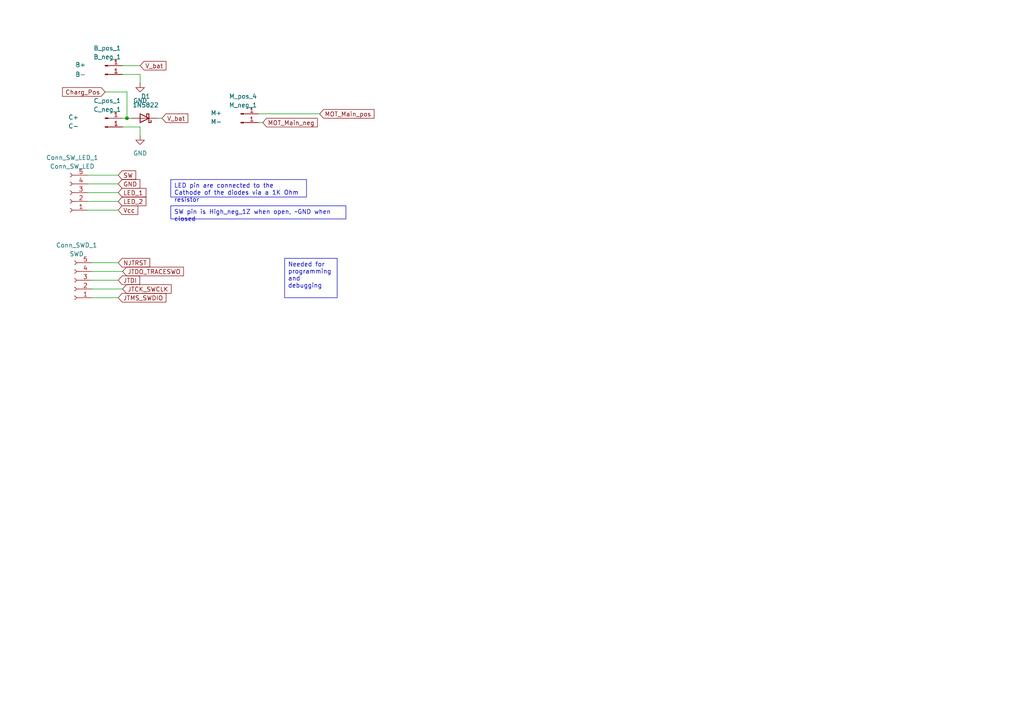
<source format=kicad_sch>
(kicad_sch (version 20231120) (generator "eeschema") (generator_version "8.0")
  (paper "A4")
  (lib_symbols
    (symbol "Connector:Conn_01x01_Pin" (pin_names (offset 1.016) hide)
      (property "Reference" "J" (at 0 2.54 0))
      (property "Value" "Conn_01x01_Pin" (at 0 -2.54 0))
      (symbol "Conn_01x01_Pin_1_1"
        (polyline (pts (xy 1.27 0) (xy 0.8636 0)) (stroke (width 0.1524)))
        (rectangle (start 0.8636 0.127) (end 0 -0.127) (stroke (width 0.1524)) (fill (type outline)))
        (pin passive line (at 5.08 0 180) (length 3.81) (name "Pin_1") (number "1"))
      )
    )
    (symbol "Connector:Conn_01x05_Socket" (pin_names (offset 1.016) hide)
      (property "Reference" "J" (at 0 7.62 0))
      (property "Value" "Conn_01x05_Socket" (at 0 -7.62 0))
      (symbol "Conn_01x05_Socket_1_1"
        (arc (start 0 -4.572) (mid -0.5058 -5.08) (end 0 -5.588) (stroke (width 0.1524)))
        (arc (start 0 -2.032) (mid -0.5058 -2.54) (end 0 -3.048) (stroke (width 0.1524)))
        (polyline (pts (xy -1.27 -5.08) (xy -0.508 -5.08)) (stroke (width 0.1524)))
        (polyline (pts (xy -1.27 -2.54) (xy -0.508 -2.54)) (stroke (width 0.1524)))
        (polyline (pts (xy -1.27 0) (xy -0.508 0)) (stroke (width 0.1524)))
        (polyline (pts (xy -1.27 2.54) (xy -0.508 2.54)) (stroke (width 0.1524)))
        (polyline (pts (xy -1.27 5.08) (xy -0.508 5.08)) (stroke (width 0.1524)))
        (arc (start 0 0.508) (mid -0.5058 0) (end 0 -0.508) (stroke (width 0.1524)))
        (arc (start 0 3.048) (mid -0.5058 2.54) (end 0 2.032) (stroke (width 0.1524)))
        (arc (start 0 5.588) (mid -0.5058 5.08) (end 0 4.572) (stroke (width 0.1524)))
        (pin passive line (at -5.08 5.08 0) (length 3.81) (name "Pin_1") (number "1"))
        (pin passive line (at -5.08 2.54 0) (length 3.81) (name "Pin_2") (number "2"))
        (pin passive line (at -5.08 0 0) (length 3.81) (name "Pin_3") (number "3"))
        (pin passive line (at -5.08 -2.54 0) (length 3.81) (name "Pin_4") (number "4"))
        (pin passive line (at -5.08 -5.08 0) (length 3.81) (name "Pin_5") (number "5"))
      )
    )
    (symbol "Diode:1N5822" (pin_numbers hide) (pin_names (offset 1.016) hide)
      (property "Reference" "D" (at 0 2.54 0))
      (property "Value" "1N5822" (at 0 -2.54 0))
      (symbol "1N5822_0_1"
        (polyline (pts (xy 1.27 0) (xy -1.27 0)))
        (polyline (pts (xy 1.27 1.27) (xy 1.27 -1.27) (xy -1.27 0) (xy 1.27 1.27)) (stroke (width 0.254)))
        (polyline (pts (xy -1.905 0.635) (xy -1.905 1.27) (xy -1.27 1.27) (xy -1.27 -1.27) (xy -0.635 -1.27) (xy -0.635 -0.635)) (stroke (width 0.254)))
      )
      (symbol "1N5822_1_1"
        (pin passive line (at -3.81 0 0) (length 2.54) (name "K") (number "1"))
        (pin passive line (at 3.81 0 180) (length 2.54) (name "A") (number "2"))
      )
    )
    (symbol "power:GND" (power) (pin_numbers hide) (pin_names (offset 0) hide)
      (property "Value" "GND" (at 0 -3.81 0))
      (symbol "GND_0_1"
        (polyline (pts (xy 0 0) (xy 0 -1.27) (xy 1.27 -1.27) (xy 0 -2.54) (xy -1.27 -1.27) (xy 0 -1.27)))
      )
      (symbol "GND_1_1"
        (pin power_in line (at 0 0 270) (length 0) (name "~") (number "1"))
      )
    )
  )
  (junction (at 36.83 34.29))
  (wire (pts (xy 26.67 83.82) (xy 35.56 83.82)))
  (wire (pts (xy 25.4 58.42) (xy 34.29 58.42)))
  (wire (pts (xy 25.4 53.34) (xy 34.29 53.34)))
  (wire (pts (xy 40.64 21.59) (xy 35.56 21.59)))
  (wire (pts (xy 40.64 19.05) (xy 35.56 19.05)))
  (wire (pts (xy 36.83 26.67) (xy 36.83 34.29)))
  (wire (pts (xy 36.83 34.29) (xy 38.1 34.29)))
  (wire (pts (xy 45.72 34.29) (xy 46.99 34.29)))
  (wire (pts (xy 25.4 50.8) (xy 34.29 50.8)))
  (wire (pts (xy 40.64 39.37) (xy 40.64 36.83)))
  (wire (pts (xy 26.67 78.74) (xy 35.56 78.74)))
  (wire (pts (xy 92.71 33.02) (xy 74.93 33.02)))
  (wire (pts (xy 26.67 81.28) (xy 34.29 81.28)))
  (wire (pts (xy 40.64 36.83) (xy 35.56 36.83)))
  (wire (pts (xy 40.64 24.13) (xy 40.64 21.59)))
  (wire (pts (xy 26.67 76.2) (xy 34.29 76.2)))
  (wire (pts (xy 76.2 35.56) (xy 74.93 35.56)))
  (wire (pts (xy 35.56 34.29) (xy 36.83 34.29)))
  (wire (pts (xy 25.4 60.96) (xy 34.29 60.96)))
  (wire (pts (xy 26.67 86.36) (xy 34.29 86.36)))
  (wire (pts (xy 25.4 55.88) (xy 34.29 55.88)))
  (wire (pts (xy 30.48 26.67) (xy 36.83 26.67)))
  (text_box "Needed for programming and debugging\n" (at 82.55 74.93 0) (size 15.24 11.43) (effects (font (size 1.27 1.27)) (justify left top)))
  (text_box "SW pin is High_neg_1Z when open, ~GND when closed\n" (at 49.53 59.69 0) (size 50.8 3.81) (effects (font (size 1.27 1.27)) (justify left top)))
  (text_box "LED pin are connected to the Cathode of the diodes via a 1K Ohm resistor\n" (at 49.53 52.07 0) (size 39.37 5.08) (effects (font (size 1.27 1.27)) (justify left top)))
  (global_label "SW" (shape input) (at 34.29 50.8 0) (property "Intersheetrefs" "${INTERSHEET_REFS}" (effects (hide yes))))
  (global_label "Charg_Pos" (shape input) (at 30.48 26.67 180) (property "Intersheetrefs" "${INTERSHEET_REFS}" (effects (hide yes))))
  (global_label "Vcc" (shape input) (at 34.29 60.96 0) (property "Intersheetrefs" "${INTERSHEET_REFS}" (effects (hide yes))))
  (global_label "V_bat" (shape input) (at 46.99 34.29 0) (property "Intersheetrefs" "${INTERSHEET_REFS}" (effects (hide yes))))
  (global_label "MOT_Main_neg" (shape input) (at 76.2 35.56 0) (property "Intersheetrefs" "${INTERSHEET_REFS}" (effects (hide yes))))
  (global_label "LED_2" (shape input) (at 34.29 58.42 0) (property "Intersheetrefs" "${INTERSHEET_REFS}" (effects (hide yes))))
  (global_label "JTCK_SWCLK" (shape input) (at 35.56 83.82 0) (property "Intersheetrefs" "${INTERSHEET_REFS}" (effects (hide yes))))
  (global_label "NJTRST" (shape input) (at 34.29 76.2 0) (property "Intersheetrefs" "${INTERSHEET_REFS}" (effects (hide yes))))
  (global_label "JTMS_SWDIO" (shape input) (at 34.29 86.36 0) (property "Intersheetrefs" "${INTERSHEET_REFS}" (effects (hide yes))))
  (global_label "V_bat" (shape input) (at 40.64 19.05 0) (property "Intersheetrefs" "${INTERSHEET_REFS}" (effects (hide yes))))
  (global_label "JTDI" (shape input) (at 34.29 81.28 0) (property "Intersheetrefs" "${INTERSHEET_REFS}" (effects (hide yes))))
  (global_label "LED_1" (shape input) (at 34.29 55.88 0) (property "Intersheetrefs" "${INTERSHEET_REFS}" (effects (hide yes))))
  (global_label "JTDO_TRACESWO" (shape input) (at 35.56 78.74 0) (property "Intersheetrefs" "${INTERSHEET_REFS}" (effects (hide yes))))
  (global_label "GND" (shape input) (at 34.29 53.34 0) (property "Intersheetrefs" "${INTERSHEET_REFS}" (effects (hide yes))))
  (global_label "MOT_Main_pos" (shape input) (at 92.71 33.02 0) (property "Intersheetrefs" "${INTERSHEET_REFS}" (effects (hide yes))))
  (symbol (lib_id "Connector:Conn_01x01_Pin") (at 30.48 19.05 0) (unit 1)
    (property "Reference" "B_pos_1" (at 31.115 13.97 0))
    (property "Value" "B+" (at 23.368 18.796 0))
    (property "Footprint" "Connector_Wire:SolderWire-1.5sqmm_1x01_D1.7mm_OD3.9mm" (effects (hide yes)))
    (property "Description" "Generic connector, single row, 01x01, script generated" (effects (hide yes)))
  )
  (symbol (lib_id "power:GND") (at 40.64 39.37 0) (unit 1)
    (property "Reference" "#PWR011" (effects (hide yes)))
    (property "Value" "GND" (at 40.64 44.45 0))
    (property "Description" "Power symbol creates a global label with name \"GND\" , ground" (effects (hide yes)))
  )
  (symbol (lib_id "Connector:Conn_01x01_Pin") (at 30.48 21.59 0) (unit 1)
    (property "Reference" "B_neg_1" (at 31.115 16.51 0))
    (property "Value" "B-" (at 23.368 21.59 0))
    (property "Footprint" "Connector_Wire:SolderWire-1.5sqmm_1x01_D1.7mm_OD3.9mm" (effects (hide yes)))
    (property "Description" "Generic connector, single row, 01x01, script generated" (effects (hide yes)))
  )
  (symbol (lib_id "Connector:Conn_01x01_Pin") (at 69.85 33.02 0) (unit 1)
    (property "Reference" "M_pos_4" (at 70.485 27.94 0))
    (property "Value" "M+" (at 62.738 32.766 0))
    (property "Footprint" "Connector_Wire:SolderWire-1.5sqmm_1x01_D1.7mm_OD3.9mm" (effects (hide yes)))
    (property "Description" "Generic connector, single row, 01x01, script generated" (effects (hide yes)))
  )
  (symbol (lib_id "Connector:Conn_01x05_Socket") (at 21.59 81.28 180) (unit 1)
    (property "Reference" "Conn_SWD_1" (at 22.225 71.12 0))
    (property "Value" "SWD" (at 22.225 73.66 0))
    (property "Footprint" "Connector_JST:JST_XH_S5B-XH-A-1_1x05_P2.50mm_Horizontal" (effects (hide yes)))
    (property "Description" "Generic connector, single row, 01x05, script generated" (effects (hide yes)))
  )
  (symbol (lib_id "Connector:Conn_01x01_Pin") (at 30.48 36.83 0) (unit 1)
    (property "Reference" "C_neg_1" (at 31.115 31.75 0))
    (property "Value" "C-" (at 21.336 36.576 0))
    (property "Footprint" "Connector_Wire:SolderWire-1.5sqmm_1x01_D1.7mm_OD3.9mm" (effects (hide yes)))
    (property "Description" "Generic connector, single row, 01x01, script generated" (effects (hide yes)))
  )
  (symbol (lib_id "power:GND") (at 40.64 24.13 0) (unit 1)
    (property "Reference" "#PWR06" (effects (hide yes)))
    (property "Value" "GND" (at 40.64 29.21 0))
    (property "Description" "Power symbol creates a global label with name \"GND\" , ground" (effects (hide yes)))
  )
  (symbol (lib_id "Connector:Conn_01x01_Pin") (at 30.48 34.29 0) (unit 1)
    (property "Reference" "C_pos_1" (at 31.115 29.21 0))
    (property "Value" "C+" (at 21.336 34.036 0))
    (property "Footprint" "Connector_Wire:SolderWire-1.5sqmm_1x01_D1.7mm_OD3.9mm" (effects (hide yes)))
    (property "Description" "Generic connector, single row, 01x01, script generated" (effects (hide yes)))
  )
  (symbol (lib_id "Connector:Conn_01x05_Socket") (at 20.32 55.88 180) (unit 1)
    (property "Reference" "Conn_SW_LED_1" (at 20.955 45.72 0))
    (property "Value" "Conn_SW_LED" (at 20.955 48.26 0))
    (property "Footprint" "Connector_JST:JST_XH_S5B-XH-A-1_1x05_P2.50mm_Horizontal" (effects (hide yes)))
    (property "Description" "Generic connector, single row, 01x05, script generated" (effects (hide yes)))
  )
  (symbol (lib_id "Connector:Conn_01x01_Pin") (at 69.85 35.56 0) (unit 1)
    (property "Reference" "M_neg_1" (at 70.485 30.48 0))
    (property "Value" "M-" (at 62.738 35.306 0))
    (property "Footprint" "Connector_Wire:SolderWire-1.5sqmm_1x01_D1.7mm_OD3.9mm" (effects (hide yes)))
    (property "Description" "Generic connector, single row, 01x01, script generated" (effects (hide yes)))
  )
  (symbol (lib_id "Diode:1N5822") (at 41.91 34.29 180) (unit 1)
    (property "Reference" "D1" (at 42.2275 27.94 0))
    (property "Value" "1N5822" (at 42.2275 30.48 0))
    (property "Footprint" "Diode_SMD:D_SMA" (effects (hide yes)))
    (property "Datasheet" "http://www.vishay.com/docs/88526/1n5820.pdf" (effects (hide yes)))
    (property "Description" "40V 3A Schottky Barrier Rectifier Diode, DO-201AD" (effects (hide yes)))
  )
)
</source>
